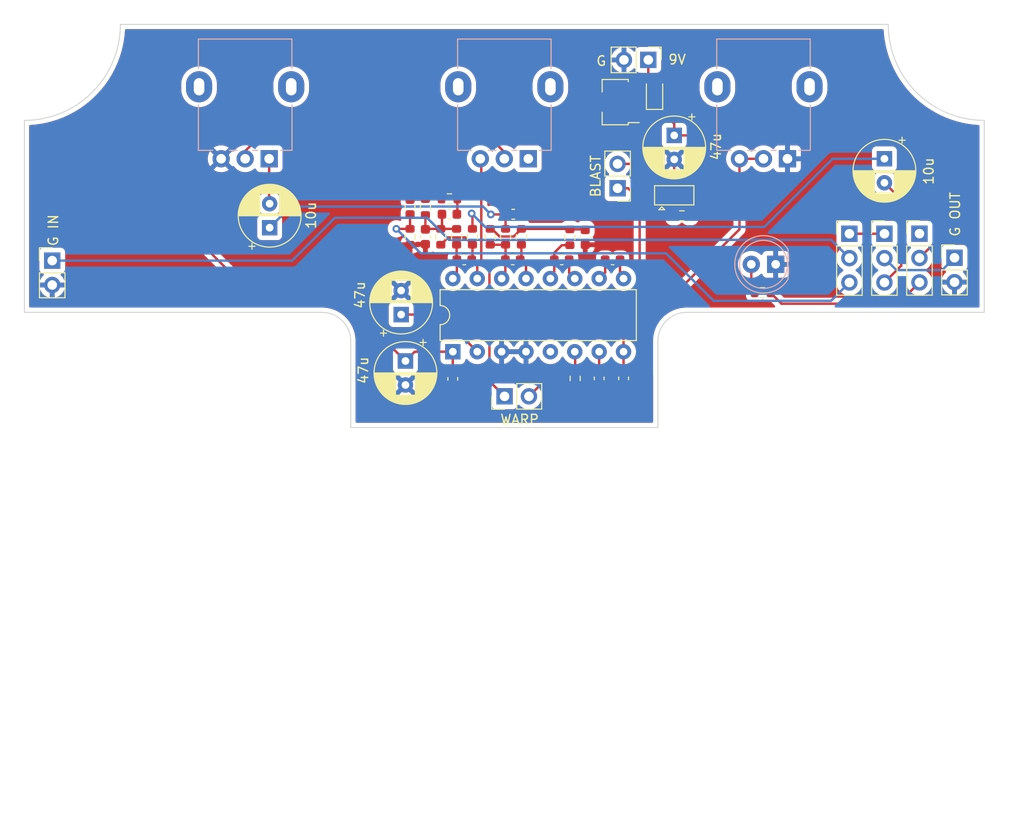
<source format=kicad_pcb>
(kicad_pcb (version 20221018) (generator pcbnew)
  (layers (0 "F.Cu" signal) (31 "B.Cu" signal) (34 "B.Paste" user) (35 "F.Paste" user) (36 "B.SilkS" user "B.Silkscreen") (37 "F.SilkS" user "F.Silkscreen") (38 "B.Mask" user) (39 "F.Mask" user) (44 "Edge.Cuts" user))
  (net 0 "")
  (net 1 "Effect_in")
  (net 2 "GND")
  (net 3 "+9V")
  (net 4 "Effect_out")
  (net 6 "Net-(C1-Pad1)")
  (net 7 "Net-(C3-Pad1)")
  (net 8 "Net-(C5-Pad1)")
  (net 9 "Net-(D1-A)")
  (net 10 "Net-(C7-Pad2)")
  (net 11 "Net-(R8-Pad2)")
  (net 12 "Net-(U1-VCO)")
  (net 13 "Net-(J6-Pin_1)")
  (net 14 "Net-(J2-Pin_1)")
  (net 15 "Net-(D2-A)")
  (net 16 "Net-(J6-Pin_2)")
  (net 17 "Net-(SW1-C)")
  (net 20 "Net-(J2-Pin_2)")
  (net 21 "Net-(JP1-B)")
  (net 22 "Signal_out")
  (net 23 "Signal_in")
  (net 24 "Net-(SW2-A)")
  (net 25 "Net-(C2-Pad1)")
  (net 26 "Net-(C5-Pad2)")
  (net 27 "Net-(U1-LPF1-IN)")
  (net 28 "Net-(U1-LPF1-OUT)")
  (net 29 "Net-(U1-LPF2-OUT)")
  (net 30 "Net-(U1-LPF2-IN)")
  (net 31 "Net-(U1-OP2-OUT)")
  (net 32 "Net-(U1-OP2-IN)")
  (net 33 "Net-(U1-OP1-IN)")
  (net 34 "Net-(U1-OP1-OUT)")
  (net 35 "Net-(U1-CC1)")
  (net 36 "+5V")
  (net 37 "Net-(U1-REF)")
  (footprint "Capacitor_SMD:C_0603_1608Metric" (layer "F.Cu") (at 55.98 24.53)
    (fp_text reference "C46" hide)
    (fp_text value "82n")
    (pad "1" smd roundrect (at -0.775 0) (size 0.9 0.95) (layers "F.Cu" "F.Paste" "F.Mask") (net 31 "Net-(U1-OP2-OUT)"))
    (pad "2" smd roundrect (at 0.775 0) (size 0.9 0.95) (layers "F.Cu" "F.Paste" "F.Mask") (net 32 "Net-(U1-OP2-IN)"))
  )
  (footprint "Connector_PinHeader_2.54mm:PinHeader_1x02_P2.54mm_Vertical" (layer "F.Cu") (at 2.9 24.61)
    (fp_text reference "J4" hide)
    (fp_text value "Conn_01x02")
    (pad "1" thru_hole rect (at 0 0) (size 1.7 1.7) (drill 1) (layers "*.Cu" "*.Mask") (net 23 "Signal_in"))
    (pad "2" thru_hole oval (at 0 2.54) (size 1.7 1.7) (drill 1) (layers "*.Cu" "*.Mask") (net 2 "GND"))
  )
  (footprint "Capacitor_SMD:C_0603_1608Metric" (layer "F.Cu") (at 45.83 24.53)
    (fp_text reference "C48" hide)
    (fp_text value "560p")
    (pad "1" smd roundrect (at -0.775 0) (size 0.9 0.95) (layers "F.Cu" "F.Paste" "F.Mask") (net 27 "Net-(U1-LPF1-IN)"))
    (pad "2" smd roundrect (at 0.775 0) (size 0.9 0.95) (layers "F.Cu" "F.Paste" "F.Mask") (net 28 "Net-(U1-LPF1-OUT)"))
  )
  (footprint "Resistor_SMD:R_0603_1608Metric" (layer "F.Cu") (at 76.9 27.95 180)
    (fp_text reference "R11" hide)
    (fp_text value "1k")
    (pad "1" smd roundrect (at -0.825 0 180) (size 0.8 0.95) (layers "F.Cu" "F.Paste" "F.Mask") (net 17 "Net-(SW1-C)"))
    (pad "2" smd roundrect (at 0.825 0 180) (size 0.8 0.95) (layers "F.Cu" "F.Paste" "F.Mask") (net 15 "Net-(D2-A)"))
  )
  (footprint "Capacitor_SMD:C_0603_1608Metric" (layer "F.Cu") (at 58.43 22.18 90)
    (fp_text reference "C7" hide)
    (fp_text value "3.3n")
    (pad "1" smd roundrect (at -0.775 0 90) (size 0.9 0.95) (layers "F.Cu" "F.Paste" "F.Mask") (net 2 "GND"))
    (pad "2" smd roundrect (at 0.775 0 90) (size 0.9 0.95) (layers "F.Cu" "F.Paste" "F.Mask") (net 10 "Net-(C7-Pad2)"))
  )
  (footprint "Capacitor_THT:CP_Radial_D6.3mm_P2.50mm" (layer "F.Cu") (at 39.7 35.06762 -90)
    (fp_text reference "C40" hide)
    (fp_text value "47u")
    (pad "1" thru_hole rect (at 0 0 270) (size 1.6 1.6) (drill 0.8) (layers "*.Cu" "*.Mask") (net 36 "+5V"))
    (pad "2" thru_hole circle (at 2.5 0 270) (size 1.6 1.6) (drill 0.8) (layers "*.Cu" "*.Mask") (net 2 "GND"))
  )
  (footprint "Resistor_SMD:R_0603_1608Metric" (layer "F.Cu") (at 68.5 19.95)
    (fp_text reference "R12" hide)
    (fp_text value "200k")
    (pad "1" smd roundrect (at -0.825 0) (size 0.8 0.95) (layers "F.Cu" "F.Paste" "F.Mask") (net 20 "Net-(J2-Pin_2)"))
    (pad "2" smd roundrect (at 0.825 0) (size 0.8 0.95) (layers "F.Cu" "F.Paste" "F.Mask") (net 21 "Net-(JP1-B)"))
  )
  (footprint "Resistor_SMD:R_0603_1608Metric" (layer "F.Cu") (at 40.18 22.13 90)
    (fp_text reference "R10" hide)
    (fp_text value "100k")
    (pad "1" smd roundrect (at -0.825 0 90) (size 0.8 0.95) (layers "F.Cu" "F.Paste" "F.Mask") (net 2 "GND"))
    (pad "2" smd roundrect (at 0.825 0 90) (size 0.8 0.95) (layers "F.Cu" "F.Paste" "F.Mask") (net 1 "Effect_in"))
  )
  (footprint "Connector_PinHeader_2.54mm:PinHeader_1x03_P2.54mm_Vertical" (layer "F.Cu") (at 89.6 21.81)
    (fp_text reference "SW3" hide)
    (fp_text value "SW_SPDT")
    (pad "1" thru_hole rect (at 0 0) (size 1.7 1.7) (drill 1) (layers "*.Cu" "*.Mask") (net 24 "Net-(SW2-A)"))
    (pad "2" thru_hole oval (at 0 2.54) (size 1.7 1.7) (drill 1) (layers "*.Cu" "*.Mask") (net 22 "Signal_out"))
    (pad "3" thru_hole oval (at 0 5.08) (size 1.7 1.7) (drill 1) (layers "*.Cu" "*.Mask") (net 4 "Effect_out"))
  )
  (footprint "Capacitor_SMD:C_0603_1608Metric" (layer "F.Cu") (at 40.18 19.03 -90)
    (fp_text reference "C3" hide)
    (fp_text value "4.7u")
    (pad "1" smd roundrect (at -0.775 0 270) (size 0.9 0.95) (layers "F.Cu" "F.Paste" "F.Mask") (net 7 "Net-(C3-Pad1)"))
    (pad "2" smd roundrect (at 0.775 0 270) (size 0.9 0.95) (layers "F.Cu" "F.Paste" "F.Mask") (net 1 "Effect_in"))
  )
  (footprint "Capacitor_SMD:C_0603_1608Metric" (layer "F.Cu") (at 44.28 19.78)
    (fp_text reference "C1" hide)
    (fp_text value "4.7u")
    (pad "1" smd roundrect (at -0.775 0) (size 0.9 0.95) (layers "F.Cu" "F.Paste" "F.Mask") (net 6 "Net-(C1-Pad1)"))
    (pad "2" smd roundrect (at 0.775 0) (size 0.9 0.95) (layers "F.Cu" "F.Paste" "F.Mask") (net 13 "Net-(J6-Pin_1)"))
  )
  (footprint "Capacitor_SMD:C_0603_1608Metric" (layer "F.Cu") (at 50.88 24.53)
    (fp_text reference "C47" hide)
    (fp_text value "560p")
    (pad "1" smd roundrect (at -0.775 0) (size 0.9 0.95) (layers "F.Cu" "F.Paste" "F.Mask") (net 29 "Net-(U1-LPF2-OUT)"))
    (pad "2" smd roundrect (at 0.775 0) (size 0.9 0.95) (layers "F.Cu" "F.Paste" "F.Mask") (net 30 "Net-(U1-LPF2-IN)"))
  )
  (footprint "Capacitor_SMD:C_0603_1608Metric" (layer "F.Cu") (at 44.63 36.93 90)
    (fp_text reference "C51" hide)
    (fp_text value "100n")
    (pad "1" smd roundrect (at -0.775 0 90) (size 0.9 0.95) (layers "F.Cu" "F.Paste" "F.Mask") (net 2 "GND"))
    (pad "2" smd roundrect (at 0.775 0 90) (size 0.9 0.95) (layers "F.Cu" "F.Paste" "F.Mask") (net 36 "+5V"))
  )
  (footprint "Jumper:SolderJumper-3_P1.3mm_Bridged12_Pad1.0x1.5mm" (layer "F.Cu") (at 67.7 17.8075)
    (fp_text reference "JP1" hide)
    (fp_text value "SolderJumper_3_Bridged12")
    (fp_poly (pts (xy -0.9 -0.3) (xy -0.4 -0.3) (xy -0.4 0.3) (xy -0.9 0.3)) (fill solid) (layer "F.Cu"))
    (pad "1" smd rect (at -1.3 0) (size 1 1.5) (layers "F.Cu" "F.Mask") (net 20 "Net-(J2-Pin_2)"))
    (pad "2" smd rect (at 0 0) (size 1 1.5) (layers "F.Cu" "F.Mask") (net 2 "GND"))
    (pad "3" smd rect (at 1.3 0) (size 1 1.5) (layers "F.Cu" "F.Mask") (net 21 "Net-(JP1-B)"))
  )
  (footprint "Resistor_SMD:R_0603_1608Metric" (layer "F.Cu") (at 41.78 19.03 90)
    (fp_text reference "R9" hide)
    (fp_text value "15k")
    (pad "1" smd roundrect (at -0.825 0 90) (size 0.8 0.95) (layers "F.Cu" "F.Paste" "F.Mask") (net 6 "Net-(C1-Pad1)"))
    (pad "2" smd roundrect (at 0.825 0 90) (size 0.8 0.95) (layers "F.Cu" "F.Paste" "F.Mask") (net 7 "Net-(C3-Pad1)"))
  )
  (footprint "Capacitor_THT:CP_Radial_D6.3mm_P2.50mm" (layer "F.Cu") (at 25.55 21.182379 90)
    (fp_text reference "C5" hide)
    (fp_text value "10u")
    (pad "1" thru_hole rect (at 0 0 90) (size 1.6 1.6) (drill 0.8) (layers "*.Cu" "*.Mask") (net 8 "Net-(C5-Pad1)"))
    (pad "2" thru_hole circle (at 2.5 0 90) (size 1.6 1.6) (drill 0.8) (layers "*.Cu" "*.Mask") (net 26 "Net-(C5-Pad2)"))
  )
  (footprint "Resistor_SMD:R_0603_1608Metric" (layer "F.Cu") (at 48.53 22.13 90)
    (fp_text reference "R3" hide)
    (fp_text value "15k")
    (pad "1" smd roundrect (at -0.825 0 90) (size 0.8 0.95) (layers "F.Cu" "F.Paste" "F.Mask") (net 29 "Net-(U1-LPF2-OUT)"))
    (pad "2" smd roundrect (at 0.825 0 90) (size 0.8 0.95) (layers "F.Cu" "F.Paste" "F.Mask") (net 10 "Net-(C7-Pad2)"))
  )
  (footprint "Resistor_SMD:R_0603_1608Metric" (layer "F.Cu") (at 46.68 22.13 90)
    (fp_text reference "R5" hide)
    (fp_text value "4.7k")
    (pad "1" smd roundrect (at -0.825 0 90) (size 0.8 0.95) (layers "F.Cu" "F.Paste" "F.Mask") (net 28 "Net-(U1-LPF1-OUT)"))
    (pad "2" smd roundrect (at 0.825 0 90) (size 0.8 0.95) (layers "F.Cu" "F.Paste" "F.Mask") (net 25 "Net-(C2-Pad1)"))
  )
  (footprint "Resistor_SMD:R_0603_1608Metric" (layer "F.Cu") (at 51.78 22.13 90)
    (fp_text reference "R2" hide)
    (fp_text value "10k")
    (pad "1" smd roundrect (at -0.825 0 90) (size 0.8 0.95) (layers "F.Cu" "F.Paste" "F.Mask") (net 30 "Net-(U1-LPF2-IN)"))
    (pad "2" smd roundrect (at 0.825 0 90) (size 0.8 0.95) (layers "F.Cu" "F.Paste" "F.Mask") (net 10 "Net-(C7-Pad2)"))
  )
  (footprint "Connector_PinHeader_2.54mm:PinHeader_1x02_P2.54mm_Vertical" (layer "F.Cu") (at 50.025 38.75 90)
    (fp_text reference "J6" hide)
    (fp_text value "Conn_01x02")
    (pad "1" thru_hole rect (at 0 0 90) (size 1.7 1.7) (drill 1) (layers "*.Cu" "*.Mask") (net 13 "Net-(J6-Pin_1)"))
    (pad "2" thru_hole oval (at 0 2.54 90) (size 1.7 1.7) (drill 1) (layers "*.Cu" "*.Mask") (net 16 "Net-(J6-Pin_2)"))
  )
  (footprint "Capacitor_SMD:C_0603_1608Metric" (layer "F.Cu") (at 41.78 22.13 90)
    (fp_text reference "C4" hide)
    (fp_text value "3.9n")
    (pad "1" smd roundrect (at -0.775 0 90) (size 0.9 0.95) (layers "F.Cu" "F.Paste" "F.Mask") (net 2 "GND"))
    (pad "2" smd roundrect (at 0.775 0 90) (size 0.9 0.95) (layers "F.Cu" "F.Paste" "F.Mask") (net 6 "Net-(C1-Pad1)"))
  )
  (footprint "Package_DIP:DIP-16_W7.62mm" (layer "F.Cu") (at 44.64 34.1 90)
    (fp_text reference "U1" hide)
    (fp_text value "PT2399")
    (pad "1" thru_hole rect (at 0 0 90) (size 1.6 1.6) (drill 0.8) (layers "*.Cu" "*.Mask") (net 36 "+5V"))
    (pad "2" thru_hole oval (at 0 2.54 90) (size 1.6 1.6) (drill 0.8) (layers "*.Cu" "*.Mask") (net 37 "Net-(U1-REF)"))
    (pad "3" thru_hole oval (at 0 5.08 90) (size 1.6 1.6) (drill 0.8) (layers "*.Cu" "*.Mask") (net 2 "GND"))
    (pad "4" thru_hole oval (at 0 7.62 90) (size 1.6 1.6) (drill 0.8) (layers "*.Cu" "*.Mask") (net 2 "GND"))
    (pad "5" thru_hole oval (at 0 10.16 90) (size 1.6 1.6) (drill 0.8) (layers "*.Cu" "*.Mask"))
    (pad "6" thru_hole oval (at 0 12.7 90) (size 1.6 1.6) (drill 0.8) (layers "*.Cu" "*.Mask") (net 12 "Net-(U1-VCO)"))
    (pad "7" thru_hole oval (at 0 15.24 90) (size 1.6 1.6) (drill 0.8) (layers "*.Cu" "*.Mask") (net 35 "Net-(U1-CC1)"))
    (pad "8" thru_hole oval (at 0 17.78 90) (size 1.6 1.6) (drill 0.8) (layers "*.Cu" "*.Mask") (net 14 "Net-(J2-Pin_1)"))
    (pad "9" thru_hole oval (at 7.62 17.78 90) (size 1.6 1.6) (drill 0.8) (layers "*.Cu" "*.Mask") (net 34 "Net-(U1-OP1-OUT)"))
    (pad "10" thru_hole oval (at 7.62 15.24 90) (size 1.6 1.6) (drill 0.8) (layers "*.Cu" "*.Mask") (net 33 "Net-(U1-OP1-IN)"))
    (pad "11" thru_hole oval (at 7.62 12.7 90) (size 1.6 1.6) (drill 0.8) (layers "*.Cu" "*.Mask") (net 32 "Net-(U1-OP2-IN)"))
    (pad "12" thru_hole oval (at 7.62 10.16 90) (size 1.6 1.6) (drill 0.8) (layers "*.Cu" "*.Mask") (net 31 "Net-(U1-OP2-OUT)"))
    (pad "13" thru_hole oval (at 7.62 7.62 90) (size 1.6 1.6) (drill 0.8) (layers "*.Cu" "*.Mask") (net 30 "Net-(U1-LPF2-IN)"))
    (pad "14" thru_hole oval (at 7.62 5.08 90) (size 1.6 1.6) (drill 0.8) (layers "*.Cu" "*.Mask") (net 29 "Net-(U1-LPF2-OUT)"))
    (pad "15" thru_hole oval (at 7.62 2.54 90) (size 1.6 1.6) (drill 0.8) (layers "*.Cu" "*.Mask") (net 28 "Net-(U1-LPF1-OUT)"))
    (pad "16" thru_hole oval (at 7.62 0 90) (size 1.6 1.6) (drill 0.8) (layers "*.Cu" "*.Mask") (net 27 "Net-(U1-LPF1-IN)"))
  )
  (footprint "Resistor_SMD:R_0603_1608Metric" (layer "F.Cu") (at 57.38 36.88 90)
    (fp_text reference "R35" hide)
    (fp_text value "1k")
    (pad "1" smd roundrect (at -0.825 0 90) (size 0.8 0.95) (layers "F.Cu" "F.Paste" "F.Mask") (net 16 "Net-(J6-Pin_2)"))
    (pad "2" smd roundrect (at 0.825 0 90) (size 0.8 0.95) (layers "F.Cu" "F.Paste" "F.Mask") (net 12 "Net-(U1-VCO)"))
  )
  (footprint "Resistor_SMD:R_0603_1608Metric" (layer "F.Cu") (at 50.13 22.13 90)
    (fp_text reference "R4" hide)
    (fp_text value "5.6k")
    (pad "1" smd roundrect (at -0.825 0 90) (size 0.8 0.95) (layers "F.Cu" "F.Paste" "F.Mask") (net 29 "Net-(U1-LPF2-OUT)"))
    (pad "2" smd roundrect (at 0.825 0 90) (size 0.8 0.95) (layers "F.Cu" "F.Paste" "F.Mask") (net 8 "Net-(C5-Pad1)"))
  )
  (footprint "Diode_SMD:D_SOD-323" (layer "F.Cu") (at 65.65 7.25 90)
    (fp_text reference "D1" hide)
    (fp_text value "1N5819WS")
    (pad "1" smd roundrect (at -1.05 0 90) (size 0.6 0.45) (layers "F.Cu" "F.Paste" "F.Mask") (net 3 "+9V"))
    (pad "2" smd roundrect (at 1.05 0 90) (size 0.6 0.45) (layers "F.Cu" "F.Paste" "F.Mask") (net 9 "Net-(D1-A)"))
  )
  (footprint "Resistor_SMD:R_0603_1608Metric" (layer "F.Cu") (at 56.83 22.18 90)
    (fp_text reference "R1" hide)
    (fp_text value "10k")
    (pad "1" smd roundrect (at -0.825 0 90) (size 0.8 0.95) (layers "F.Cu" "F.Paste" "F.Mask") (net 31 "Net-(U1-OP2-OUT)"))
    (pad "2" smd roundrect (at 0.825 0 90) (size 0.8 0.95) (layers "F.Cu" "F.Paste" "F.Mask") (net 10 "Net-(C7-Pad2)"))
  )
  (footprint "Capacitor_SMD:C_0603_1608Metric" (layer "F.Cu") (at 59.88 36.88 90)
    (fp_text reference "C49" hide)
    (fp_text value "100n")
    (pad "1" smd roundrect (at -0.775 0 90) (size 0.9 0.95) (layers "F.Cu" "F.Paste" "F.Mask") (net 2 "GND"))
    (pad "2" smd roundrect (at 0.775 0 90) (size 0.9 0.95) (layers "F.Cu" "F.Paste" "F.Mask") (net 35 "Net-(U1-CC1)"))
  )
  (footprint "Capacitor_THT:CP_Radial_D6.3mm_P2.50mm" (layer "F.Cu") (at 89.6 14 -90)
    (fp_text reference "C2" hide)
    (fp_text value "10u")
    (pad "1" thru_hole rect (at 0 0 270) (size 1.6 1.6) (drill 0.8) (layers "*.Cu" "*.Mask") (net 25 "Net-(C2-Pad1)"))
    (pad "2" thru_hole circle (at 2.5 0 270) (size 1.6 1.6) (drill 0.8) (layers "*.Cu" "*.Mask") (net 4 "Effect_out"))
  )
  (footprint "Connector_PinHeader_2.54mm:PinHeader_1x03_P2.54mm_Vertical" (layer "F.Cu") (at 93.25 21.8)
    (fp_text reference "SW1" hide)
    (fp_text value "SW_SPDT")
    (pad "1" thru_hole rect (at 0 0) (size 1.7 1.7) (drill 1) (layers "*.Cu" "*.Mask"))
    (pad "2" thru_hole oval (at 0 2.54) (size 1.7 1.7) (drill 1) (layers "*.Cu" "*.Mask") (net 3 "+9V"))
    (pad "3" thru_hole oval (at 0 5.08) (size 1.7 1.7) (drill 1) (layers "*.Cu" "*.Mask") (net 17 "Net-(SW1-C)"))
  )
  (footprint "Capacitor_THT:CP_Radial_D6.3mm_P2.50mm" (layer "F.Cu") (at 67.7 11.567621 -90)
    (fp_text reference "C14" hide)
    (fp_text value "47u")
    (pad "1" thru_hole rect (at 0 0 270) (size 1.6 1.6) (drill 0.8) (layers "*.Cu" "*.Mask") (net 3 "+9V"))
    (pad "2" thru_hole circle (at 2.5 0 270) (size 1.6 1.6) (drill 0.8) (layers "*.Cu" "*.Mask") (net 2 "GND"))
  )
  (footprint "Connector_PinHeader_2.54mm:PinHeader_1x02_P2.54mm_Vertical" (layer "F.Cu") (at 96.9 24.315)
    (fp_text reference "J3" hide)
    (fp_text value "Conn_01x02")
    (pad "1" thru_hole rect (at 0 0) (size 1.7 1.7) (drill 1) (layers "*.Cu" "*.Mask") (net 22 "Signal_out"))
    (pad "2" thru_hole oval (at 0 2.54) (size 1.7 1.7) (drill 1) (layers "*.Cu" "*.Mask") (net 2 "GND"))
  )
  (footprint "Package_TO_SOT_SMD:SOT-89-3" (layer "F.Cu") (at 61.55 8.1 180)
    (fp_text reference "U7" hide)
    (fp_text value "L78L05_SOT89")
    (pad "1" smd rect (at -1.95 -1.5 180) (size 1.3 0.9) (layers "F.Cu" "F.Paste" "F.Mask") (net 36 "+5V"))
    (pad "2" smd custom (at -1.8625 0 180) (size 1.475 0.9) (layers "F.Cu" "F.Paste" "F.Mask") (net 2 "GND") (options (clearance outline) (anchor rect)) (primitives (gr_poly (pts (xy 3.8625 0.8665) (xy 0.7375 0.8665) (xy 0.7375 -0.8665) (xy 3.8625 -0.8665)) (width 0) (fill yes))))
    (pad "3" smd rect (at -1.95 1.5 180) (size 1.3 0.9) (layers "F.Cu" "F.Paste" "F.Mask") (net 3 "+9V"))
  )
  (footprint "Capacitor_SMD:C_0603_1608Metric" (layer "F.Cu") (at 50.93 19.78 180)
    (fp_text reference "C6" hide)
    (fp_text value "10n")
    (pad "1" smd roundrect (at -0.775 0 180) (size 0.9 0.95) (layers "F.Cu" "F.Paste" "F.Mask") (net 2 "GND"))
    (pad "2" smd roundrect (at 0.775 0 180) (size 0.9 0.95) (layers "F.Cu" "F.Paste" "F.Mask") (net 8 "Net-(C5-Pad1)"))
  )
  (footprint "Capacitor_THT:CP_Radial_D6.3mm_P2.50mm" (layer "F.Cu") (at 39.25 30.232379 90)
    (fp_text reference "C41" hide)
    (fp_text value "47u")
    (pad "1" thru_hole rect (at 0 0 90) (size 1.6 1.6) (drill 0.8) (layers "*.Cu" "*.Mask") (net 37 "Net-(U1-REF)"))
    (pad "2" thru_hole circle (at 2.5 0 90) (size 1.6 1.6) (drill 0.8) (layers "*.Cu" "*.Mask") (net 2 "GND"))
  )
  (footprint "Capacitor_SMD:C_0603_1608Metric" (layer "F.Cu") (at 62.43 36.88 90)
    (fp_text reference "C50" hide)
    (fp_text value "100n")
    (pad "1" smd roundrect (at -0.775 0 90) (size 0.9 0.95) (layers "F.Cu" "F.Paste" "F.Mask") (net 2 "GND"))
    (pad "2" smd roundrect (at 0.775 0 90) (size 0.9 0.95) (layers "F.Cu" "F.Paste" "F.Mask") (net 14 "Net-(J2-Pin_1)"))
  )
  (footprint "Resistor_SMD:R_0603_1608Metric" (layer "F.Cu") (at 44.28 18.18 180)
    (fp_text reference "R8" hide)
    (fp_text value "18k")
    (pad "1" smd roundrect (at -0.825 0 180) (size 0.8 0.95) (layers "F.Cu" "F.Paste" "F.Mask") (net 13 "Net-(J6-Pin_1)"))
    (pad "2" smd roundrect (at 0.825 0 180) (size 0.8 0.95) (layers "F.Cu" "F.Paste" "F.Mask") (net 11 "Net-(R8-Pad2)"))
  )
  (footprint "Connector_PinHeader_2.54mm:PinHeader_1x02_P2.54mm_Vertical" (layer "F.Cu") (at 61.8 17.075 180)
    (fp_text reference "J2" hide)
    (fp_text value "Conn_01x02")
    (pad "1" thru_hole rect (at 0 0 180) (size 1.7 1.7) (drill 1) (layers "*.Cu" "*.Mask") (net 14 "Net-(J2-Pin_1)"))
    (pad "2" thru_hole oval (at 0 2.54 180) (size 1.7 1.7) (drill 1) (layers "*.Cu" "*.Mask") (net 20 "Net-(J2-Pin_2)"))
  )
  (footprint "Capacitor_SMD:C_0603_1608Metric" (layer "F.Cu") (at 61.28 24.53)
    (fp_text reference "C45" hide)
    (fp_text value "82n")
    (pad "1" smd roundrect (at -0.775 0) (size 0.9 0.95) (layers "F.Cu" "F.Paste" "F.Mask") (net 33 "Net-(U1-OP1-IN)"))
    (pad "2" smd roundrect (at 0.775 0) (size 0.9 0.95) (layers "F.Cu" "F.Paste" "F.Mask") (net 34 "Net-(U1-OP1-OUT)"))
  )
  (footprint "Connector_PinHeader_2.54mm:PinHeader_1x03_P2.54mm_Vertical" (layer "F.Cu") (at 85.95 21.81)
    (fp_text reference "SW2" hide)
    (fp_text value "SW_SPDT")
    (pad "1" thru_hole rect (at 0 0) (size 1.7 1.7) (drill 1) (layers "*.Cu" "*.Mask") (net 24 "Net-(SW2-A)"))
    (pad "2" thru_hole oval (at 0 2.54) (size 1.7 1.7) (drill 1) (layers "*.Cu" "*.Mask") (net 23 "Signal_in"))
    (pad "3" thru_hole oval (at 0 5.08) (size 1.7 1.7) (drill 1) (layers "*.Cu" "*.Mask") (net 1 "Effect_in"))
  )
  (footprint "Resistor_SMD:R_0603_1608Metric" (layer "F.Cu") (at 45.03 22.13 90)
    (fp_text reference "R7" hide)
    (fp_text value "10k")
    (pad "1" smd roundrect (at -0.825 0 90) (size 0.8 0.95) (layers "F.Cu" "F.Paste" "F.Mask") (net 27 "Net-(U1-LPF1-IN)"))
    (pad "2" smd roundrect (at 0.825 0 90) (size 0.8 0.95) (layers "F.Cu" "F.Paste" "F.Mask") (net 6 "Net-(C1-Pad1)"))
  )
  (footprint "Connector_PinHeader_2.54mm:PinHeader_1x02_P2.54mm_Vertical" (layer "F.Cu") (at 65 3.7 -90)
    (fp_text reference "J5" hide)
    (fp_text value "Conn_01x02")
    (pad "1" thru_hole rect (at 0 0 270) (size 1.7 1.7) (drill 1) (layers "*.Cu" "*.Mask") (net 9 "Net-(D1-A)"))
    (pad "2" thru_hole oval (at 0 2.54 270) (size 1.7 1.7) (drill 1) (layers "*.Cu" "*.Mask") (net 2 "GND"))
  )
  (footprint "Resistor_SMD:R_0603_1608Metric" (layer "F.Cu") (at 43.38 22.13 90)
    (fp_text reference "R6" hide)
    (fp_text value "10k")
    (pad "1" smd roundrect (at -0.825 0 90) (size 0.8 0.95) (layers "F.Cu" "F.Paste" "F.Mask") (net 28 "Net-(U1-LPF1-OUT)"))
    (pad "2" smd roundrect (at 0.825 0 90) (size 0.8 0.95) (layers "F.Cu" "F.Paste" "F.Mask") (net 6 "Net-(C1-Pad1)"))
  )
  (footprint "Potentiometer_THT:Potentiometer_Alpha_RD901F-40-00D_Single_Vertical" (layer "B.Cu") (at 52.5 14 90)
    (fp_text reference "RV2" hide)
    (fp_text value "B50k")
    (pad "" thru_hole oval (at 7.5 -7.3) (size 2.72 3.24) (drill oval 1.1 1.8) (layers "*.Cu" "*.Mask"))
    (pad "" thru_hole oval (at 7.5 2.3) (size 2.72 3.24) (drill oval 1.1 1.8) (layers "*.Cu" "*.Mask"))
    (pad "1" thru_hole rect (at 0 0) (size 1.8 1.8) (drill 1) (layers "*.Cu" "*.Mask"))
    (pad "2" thru_hole circle (at 0 -2.5) (size 1.8 1.8) (drill 1) (layers "*.Cu" "*.Mask") (net 11 "Net-(R8-Pad2)"))
    (pad "3" thru_hole circle (at 0 -5) (size 1.8 1.8) (drill 1) (layers "*.Cu" "*.Mask") (net 13 "Net-(J6-Pin_1)"))
  )
  (footprint "LED_THT:LED_D5.0mm" (layer "B.Cu") (at 78.27 25 180)
    (fp_text reference "D2" hide)
    (fp_text value "LED")
    (pad "1" thru_hole rect (at 0 0 180) (size 1.8 1.8) (drill 0.9) (layers "*.Cu" "*.Mask") (net 2 "GND"))
    (pad "2" thru_hole circle (at 2.54 0 180) (size 1.8 1.8) (drill 0.9) (layers "*.Cu" "*.Mask") (net 15 "Net-(D2-A)"))
  )
  (footprint "Potentiometer_THT:Potentiometer_Alpha_RD901F-40-00D_Single_Vertical" (layer "B.Cu") (at 25.5 14 90)
    (fp_text reference "RV1" hide)
    (fp_text value "B50k")
    (pad "" thru_hole oval (at 7.5 -7.3) (size 2.72 3.24) (drill oval 1.1 1.8) (layers "*.Cu" "*.Mask"))
    (pad "" thru_hole oval (at 7.5 2.3) (size 2.72 3.24) (drill oval 1.1 1.8) (layers "*.Cu" "*.Mask"))
    (pad "1" thru_hole rect (at 0 0) (size 1.8 1.8) (drill 1) (layers "*.Cu" "*.Mask") (net 26 "Net-(C5-Pad2)"))
    (pad "2" thru_hole circle (at 0 -2.5) (size 1.8 1.8) (drill 1) (layers "*.Cu" "*.Mask") (net 11 "Net-(R8-Pad2)"))
    (pad "3" thru_hole circle (at 0 -5) (size 1.8 1.8) (drill 1) (layers "*.Cu" "*.Mask") (net 2 "GND"))
  )
  (footprint "Potentiometer_THT:Potentiometer_Alpha_RD901F-40-00D_Single_Vertical" (layer "B.Cu") (at 79.5 14 90)
    (fp_text reference "RV3" hide)
    (fp_text value "B20k")
    (pad "" thru_hole oval (at 7.5 -7.3) (size 2.72 3.24) (drill oval 1.1 1.8) (layers "*.Cu" "*.Mask"))
    (pad "" thru_hole oval (at 7.5 2.3) (size 2.72 3.24) (drill oval 1.1 1.8) (layers "*.Cu" "*.Mask"))
    (pad "1" thru_hole rect (at 0 0) (size 1.8 1.8) (drill 1) (layers "*.Cu" "*.Mask") (net 2 "GND"))
    (pad "2" thru_hole circle (at 0 -2.5) (size 1.8 1.8) (drill 1) (layers "*.Cu" "*.Mask") (net 16 "Net-(J6-Pin_2)"))
    (pad "3" thru_hole circle (at 0 -5) (size 1.8 1.8) (drill 1) (layers "*.Cu" "*.Mask") (net 16 "Net-(J6-Pin_2)"))
  )
  (gr_line (start 69 30) (end 100 30) (stroke (width 0.1)) (layer "Edge.Cuts"))
  (gr_arc (start 66 33) (mid 66.878679 30.878679) (end 69 30) (stroke (width 0.1)) (layer "Edge.Cuts"))
  (gr_line (start 0 30) (end 31 30) (stroke (width 0.1)) (layer "Edge.Cuts"))
  (gr_line (start 10 0) (end 90 0) (stroke (width 0.1)) (layer "Edge.Cuts"))
  (gr_line (start 34 33) (end 34 42) (stroke (width 0.1)) (layer "Edge.Cuts"))
  (gr_line (start 0 10) (end 0 30) (stroke (width 0.1)) (layer "Edge.Cuts"))
  (gr_line (start 66 33) (end 66 42) (stroke (width 0.1)) (layer "Edge.Cuts"))
  (gr_line (start 100 10) (end 100 30) (stroke (width 0.1)) (layer "Edge.Cuts"))
  (gr_arc (start 31 30) (mid 33.121321 30.878679) (end 34 33) (stroke (width 0.1)) (layer "Edge.Cuts"))
  (gr_arc (start 100 10) (mid 92.928933 7.071068) (end 90 0) (stroke (width 0.1)) (layer "Edge.Cuts"))
  (gr_line (start 34 42) (end 66 42) (stroke (width 0.1)) (layer "Edge.Cuts"))
  (gr_arc (start 10 0) (mid 7.071068 7.071067) (end 0 10) (stroke (width 0.1)) (layer "Edge.Cuts"))
  (gr_text "G IN" (at 3.6 23.185 90) (layer "F.SilkS") (effects (font (size 1 1)) (justify left bottom)))
  (gr_text "10u" (at 30.45 21.4 90) (layer "F.SilkS") (effects (font (size 1 1)) (justify left bottom)))
  (gr_text "47u" (at 72.65 14.25 90) (layer "F.SilkS") (effects (font (size 1 1)) (justify left bottom)))
  (gr_text "9V" (at 67 4.25) (layer "F.SilkS") (effects (font (size 1 1)) (justify left bottom)))
  (gr_text "BLAST" (at 60.1 18.1 90) (layer "F.SilkS") (effects (font (size 1 1)) (justify left bottom)))
  (gr_text "47u" (at 35.9 37.55 90) (layer "F.SilkS") (effects (font (size 1 1)) (justify left bottom)))
  (gr_text "G" (at 59.5 4.4) (layer "F.SilkS") (effects (font (size 1 1)) (justify left bottom)))
  (gr_text "47u" (at 35.55 29.7 90) (layer "F.SilkS") (effects (font (size 1 1)) (justify left bottom)))
  (gr_text "G OUT" (at 97.55 22.19 90) (layer "F.SilkS") (effects (font (size 1 1)) (justify left bottom)))
  (gr_text "WARP" (at 49.5 41.75) (layer "F.SilkS") (effects (font (size 1 1)) (justify left bottom)))
  (gr_text "10u" (at 94.8 16.8 90) (layer "F.SilkS") (effects (font (size 1 1)) (justify left bottom)))
  (segment (start 40.18 21.305) (end 38.755 21.305) (width 0.25) (layer "F.Cu") (net 1))
  (segment (start 40.18 19.805) (end 40.18 21.305) (width 0.25) (layer "F.Cu") (net 1))
  (segment (start 38.755 21.305) (end 38.75 21.3) (width 0.25) (layer "F.Cu") (net 1))
  (via (at 38.75 21.3) (size 0.8) (drill 0.4) (layers "F.Cu" "B.Cu") (net 1))
  (segment (start 38.75 21.3) (end 41.3 23.85) (width 0.25) (layer "B.Cu") (net 1))
  (segment (start 66.85 23.85) (end 71.8 28.8) (width 0.25) (layer "B.Cu") (net 1))
  (segment (start 41.3 23.85) (end 66.85 23.85) (width 0.25) (layer "B.Cu") (net 1))
  (segment (start 84.04 28.8) (end 85.95 26.89) (width 0.25) (layer "B.Cu") (net 1))
  (segment (start 71.8 28.8) (end 84.04 28.8) (width 0.25) (layer "B.Cu") (net 1))
  (segment (start 67.7 17.8075) (end 67.7 14.067621) (width 0.25) (layer "F.Cu") (net 2))
  (segment (start 63.95 6.6) (end 63.5 6.6) (width 0.25) (layer "F.Cu") (net 3))
  (segment (start 65.65 8.3) (end 67.7 10.35) (width 0.25) (layer "F.Cu") (net 3))
  (segment (start 95 22.59) (end 93.25 24.34) (width 0.25) (layer "F.Cu") (net 3))
  (segment (start 67.7 11.567621) (end 92.967621 11.567621) (width 0.25) (layer "F.Cu") (net 3))
  (segment (start 67.7 10.35) (end 67.7 11.567621) (width 0.25) (layer "F.Cu") (net 3))
  (segment (start 65.65 8.3) (end 63.95 6.6) (width 0.25) (layer "F.Cu") (net 3))
  (segment (start 95 13.6) (end 95 22.59) (width 0.25) (layer "F.Cu") (net 3))
  (segment (start 92.967621 11.567621) (end 95 13.6) (width 0.25) (layer "F.Cu") (net 3))
  (segment (start 91.35 18.25) (end 91.35 25.14) (width 0.25) (layer "F.Cu") (net 4))
  (segment (start 89.6 16.5) (end 91.35 18.25) (width 0.25) (layer "F.Cu") (net 4))
  (segment (start 91.35 25.14) (end 89.6 26.89) (width 0.25) (layer "F.Cu") (net 4))
  (segment (start 41.78 19.855) (end 41.78 21.355) (width 0.25) (layer "F.Cu") (net 6))
  (segment (start 45.03 21.305) (end 43.38 21.305) (width 0.25) (layer "F.Cu") (net 6))
  (segment (start 41.83 21.305) (end 41.78 21.355) (width 0.25) (layer "F.Cu") (net 6))
  (segment (start 43.38 21.305) (end 41.83 21.305) (width 0.25) (layer "F.Cu") (net 6))
  (segment (start 43.505 21.18) (end 43.38 21.305) (width 0.25) (layer "F.Cu") (net 6))
  (segment (start 43.505 19.78) (end 43.505 21.18) (width 0.25) (layer "F.Cu") (net 6))
  (segment (start 40.18 18.255) (end 41.73 18.255) (width 0.25) (layer "F.Cu") (net 7))
  (segment (start 41.73 18.255) (end 41.78 18.205) (width 0.25) (layer "F.Cu") (net 7))
  (segment (start 50.135 19.8) (end 48.6 19.8) (width 0.25) (layer "F.Cu") (net 8))
  (segment (start 50.155 19.78) (end 50.135 19.8) (width 0.25) (layer "F.Cu") (net 8))
  (segment (start 50.13 21.305) (end 50.13 19.805) (width 0.25) (layer "F.Cu") (net 8))
  (segment (start 50.13 19.805) (end 50.155 19.78) (width 0.25) (layer "F.Cu") (net 8))
  (via (at 48.6 19.8) (size 0.8) (drill 0.4) (layers "F.Cu" "B.Cu") (net 8))
  (segment (start 27.757379 18.975) (end 25.55 21.182379) (width 0.25) (layer "B.Cu") (net 8))
  (segment (start 48.6 19.8) (end 47.775 18.975) (width 0.25) (layer "B.Cu") (net 8))
  (segment (start 47.775 18.975) (end 27.757379 18.975) (width 0.25) (layer "B.Cu") (net 8))
  (segment (start 65 5.55) (end 65.65 6.2) (width 0.25) (layer "F.Cu") (net 9))
  (segment (start 65 3.7) (end 65 5.55) (width 0.25) (layer "F.Cu") (net 9))
  (segment (start 56.78 21.305) (end 56.83 21.355) (width 0.25) (layer "F.Cu") (net 10))
  (segment (start 51.78 21.305) (end 56.78 21.305) (width 0.25) (layer "F.Cu") (net 10))
  (segment (start 48.708769 21.305) (end 49.503769 22.1) (width 0.25) (layer "F.Cu") (net 10))
  (segment (start 49.503769 22.1) (end 50.985 22.1) (width 0.25) (layer "F.Cu") (net 10))
  (segment (start 48.53 21.305) (end 48.708769 21.305) (width 0.25) (layer "F.Cu") (net 10))
  (segment (start 56.83 21.355) (end 58.38 21.355) (width 0.25) (layer "F.Cu") (net 10))
  (segment (start 50.985 22.1) (end 51.78 21.305) (width 0.25) (layer "F.Cu") (net 10))
  (segment (start 58.38 21.355) (end 58.43 21.405) (width 0.25) (layer "F.Cu") (net 10))
  (segment (start 23 14) (end 23 13.2) (width 0.25) (layer "F.Cu") (net 11))
  (segment (start 43.455 14.295) (end 45.45 12.3) (width 0.25) (layer "F.Cu") (net 11))
  (segment (start 43.455 18.18) (end 43.455 14.295) (width 0.25) (layer "F.Cu") (net 11))
  (segment (start 49 12.3) (end 50 13.3) (width 0.25) (layer "F.Cu") (net 11))
  (segment (start 50 13.3) (end 50 14) (width 0.25) (layer "F.Cu") (net 11))
  (segment (start 23.9 12.3) (end 45.45 12.3) (width 0.25) (layer "F.Cu") (net 11))
  (segment (start 23 13.2) (end 23.9 12.3) (width 0.25) (layer "F.Cu") (net 11))
  (segment (start 45.45 12.3) (end 49 12.3) (width 0.25) (layer "F.Cu") (net 11))
  (segment (start 57.38 36.055) (end 57.38 34.14) (width 0.25) (layer "F.Cu") (net 12))
  (segment (start 57.38 34.14) (end 57.34 34.1) (width 0.25) (layer "F.Cu") (net 12))
  (segment (start 48.45 25.329505) (end 47.6 24.479505) (width 0.25) (layer "F.Cu") (net 13))
  (segment (start 45.105 19.73) (end 45.055 19.78) (width 0.25) (layer "F.Cu") (net 13))
  (segment (start 47.6 24.479505) (end 47.6 14.1) (width 0.25) (layer "F.Cu") (net 13))
  (segment (start 50.025 38.75) (end 48.45 37.175) (width 0.25) (layer "F.Cu") (net 13))
  (segment (start 47.5 14) (end 47.6 14.1) (width 0.25) (layer "F.Cu") (net 13))
  (segment (start 48.45 37.175) (end 48.45 25.329505) (width 0.25) (layer "F.Cu") (net 13))
  (segment (start 47.6 15.685) (end 45.105 18.18) (width 0.25) (layer "F.Cu") (net 13))
  (segment (start 45.105 18.18) (end 45.105 19.73) (width 0.25) (layer "F.Cu") (net 13))
  (segment (start 47.6 15.5) (end 47.6 15.685) (width 0.25) (layer "F.Cu") (net 13))
  (segment (start 61.8 17.075) (end 62.9 17.075) (width 0.25) (layer "F.Cu") (net 14))
  (segment (start 62.42 34.1) (end 62.42 36.095) (width 0.25) (layer "F.Cu") (net 14))
  (segment (start 64.1 27.55) (end 62.42 29.23) (width 0.25) (layer "F.Cu") (net 14))
  (segment (start 62.42 29.23) (end 62.42 34.1) (width 0.25) (layer "F.Cu") (net 14))
  (segment (start 62.42 36.095) (end 62.43 36.105) (width 0.25) (layer "F.Cu") (net 14))
  (segment (start 62.9 17.075) (end 64.1 18.275) (width 0.25) (layer "F.Cu") (net 14))
  (segment (start 64.1 18.275) (end 64.1 27.55) (width 0.25) (layer "F.Cu") (net 14))
  (segment (start 75.73 25) (end 75.73 27.605) (width 0.25) (layer "F.Cu") (net 15))
  (segment (start 75.73 27.605) (end 76.075 27.95) (width 0.25) (layer "F.Cu") (net 15))
  (segment (start 58.205 36.88) (end 64.12 36.88) (width 0.25) (layer "F.Cu") (net 16))
  (segment (start 64.65 36.35) (end 64.65 31.2) (width 0.25) (layer "F.Cu") (net 16))
  (segment (start 53.61 37.705) (end 52.565 38.75) (width 0.25) (layer "F.Cu") (net 16))
  (segment (start 74.5 21.35) (end 74.5 14) (width 0.25) (layer "F.Cu") (net 16))
  (segment (start 57.38 37.705) (end 58.205 36.88) (width 0.25) (layer "F.Cu") (net 16))
  (segment (start 64.12 36.88) (end 64.65 36.35) (width 0.25) (layer "F.Cu") (net 16))
  (segment (start 64.65 31.2) (end 74.5 21.35) (width 0.25) (layer "F.Cu") (net 16))
  (segment (start 77 14) (end 74.5 14) (width 0.25) (layer "F.Cu") (net 16))
  (segment (start 57.38 37.705) (end 53.61 37.705) (width 0.25) (layer "F.Cu") (net 16))
  (segment (start 78.875 29.1) (end 91.03 29.1) (width 0.25) (layer "F.Cu") (net 17))
  (segment (start 91.03 29.1) (end 93.25 26.88) (width 0.25) (layer "F.Cu") (net 17))
  (segment (start 77.725 27.95) (end 78.875 29.1) (width 0.25) (layer "F.Cu") (net 17))
  (segment (start 61.8 14.535) (end 63.1275 14.535) (width 0.25) (layer "F.Cu") (net 20))
  (segment (start 63.1275 14.535) (end 66.4 17.8075) (width 0.25) (layer "F.Cu") (net 20))
  (segment (start 66.4 18.675) (end 67.675 19.95) (width 0.25) (layer "F.Cu") (net 20))
  (segment (start 66.4 17.8075) (end 66.4 18.675) (width 0.25) (layer "F.Cu") (net 20))
  (segment (start 69.325 18.1325) (end 69 17.8075) (width 0.25) (layer "F.Cu") (net 21))
  (segment (start 69.325 19.95) (end 69.325 18.1325) (width 0.25) (layer "F.Cu") (net 21))
  (segment (start 89.6 24.35) (end 90.85 25.6) (width 0.25) (layer "B.Cu") (net 22))
  (segment (start 90.85 25.6) (end 95.615 25.6) (width 0.25) (layer "B.Cu") (net 22))
  (segment (start 95.615 25.6) (end 96.9 24.315) (width 0.25) (layer "B.Cu") (net 22))
  (segment (start 84.05 22.45) (end 44.25 22.45) (width 0.25) (layer "B.Cu") (net 23))
  (segment (start 32.35 20.15) (end 27.89 24.61) (width 0.25) (layer "B.Cu") (net 23))
  (segment (start 44.25 22.45) (end 41.95 20.15) (width 0.25) (layer "B.Cu") (net 23))
  (segment (start 27.89 24.61) (end 2.9 24.61) (width 0.25) (layer "B.Cu") (net 23))
  (segment (start 85.95 24.35) (end 84.05 22.45) (width 0.25) (layer "B.Cu") (net 23))
  (segment (start 41.95 20.15) (end 32.35 20.15) (width 0.25) (layer "B.Cu") (net 23))
  (segment (start 85.95 21.81) (end 89.6 21.81) (width 0.25) (layer "F.Cu") (net 24))
  (segment (start 46.68 21.305) (end 46.68 19.78) (width 0.25) (layer "F.Cu") (net 25))
  (segment (start 46.68 19.78) (end 46.6 19.7) (width 0.25) (layer "F.Cu") (net 25))
  (via (at 46.6 19.7) (size 0.8) (drill 0.4) (layers "F.Cu" "B.Cu") (net 25))
  (segment (start 48 21.1) (end 77.1 21.1) (width 0.25) (layer "B.Cu") (net 25))
  (segment (start 84.2 14) (end 89.6 14) (width 0.25) (layer "B.Cu") (net 25))
  (segment (start 46.6 19.7) (end 48 21.1) (width 0.25) (layer "B.Cu") (net 25))
  (segment (start 77.1 21.1) (end 84.2 14) (width 0.25) (layer "B.Cu") (net 25))
  (segment (start 25.5 18.632379) (end 25.55 18.682379) (width 0.25) (layer "F.Cu") (net 26))
  (segment (start 25.5 14) (end 25.5 18.632379) (width 0.25) (layer "F.Cu") (net 26))
  (segment (start 45.055 24.53) (end 45.055 26.065) (width 0.25) (layer "F.Cu") (net 27))
  (segment (start 45.055 26.065) (end 44.64 26.48) (width 0.25) (layer "F.Cu") (net 27))
  (segment (start 45.03 22.955) (end 45.03 24.505) (width 0.25) (layer "F.Cu") (net 27))
  (segment (start 45.03 24.505) (end 45.055 24.53) (width 0.25) (layer "F.Cu") (net 27))
  (segment (start 47.18 26.48) (end 47.18 25.105) (width 0.25) (layer "F.Cu") (net 28))
  (segment (start 44.135 22.2) (end 43.38 22.955) (width 0.25) (layer "F.Cu") (net 28))
  (segment (start 46.68 22.955) (end 45.925 22.2) (width 0.25) (layer "F.Cu") (net 28))
  (segment (start 47.18 25.105) (end 46.605 24.53) (width 0.25) (layer "F.Cu") (net 28))
  (segment (start 46.68 24.455) (end 46.605 24.53) (width 0.25) (layer "F.Cu") (net 28))
  (segment (start 45.925 22.2) (end 44.135 22.2) (width 0.25) (layer "F.Cu") (net 28))
  (segment (start 46.68 22.955) (end 46.68 24.455) (width 0.25) (layer "F.Cu") (net 28))
  (segment (start 50.13 24.505) (end 50.105 24.53) (width 0.25) (layer "F.Cu") (net 29))
  (segment (start 50.13 22.955) (end 50.13 24.505) (width 0.25) (layer "F.Cu") (net 29))
  (segment (start 50.105 24.53) (end 50.105 26.095) (width 0.25) (layer "F.Cu") (net 29))
  (segment (start 50.105 26.095) (end 49.72 26.48) (width 0.25) (layer "F.Cu") (net 29))
  (segment (start 48.53 22.955) (end 50.13 22.955) (width 0.25) (layer "F.Cu") (net 29))
  (segment (start 52.26 25.135) (end 51.655 24.53) (width 0.25) (layer "F.Cu") (net 30))
  (segment (start 52.26 26.48) (end 52.26 25.135) (width 0.25) (layer "F.Cu") (net 30))
  (segment (start 51.78 24.405) (end 51.655 24.53) (width 0.25) (layer "F.Cu") (net 30))
  (segment (start 51.78 22.955) (end 51.78 24.405) (width 0.25) (layer "F.Cu") (net 30))
  (segment (start 55.205 26.075) (end 54.8 26.48) (width 0.25) (layer "F.Cu") (net 31))
  (segment (start 55.995 23.005) (end 56.83 23.005) (width 0.25) (layer "F.Cu") (net 31))
  (segment (start 55.205 23.795) (end 55.995 23.005) (width 0.25) (layer "F.Cu") (net 31))
  (segment (start 55.205 24.53) (end 55.205 23.795) (width 0.25) (layer "F.Cu") (net 31))
  (segment (start 55.205 24.53) (end 55.205 26.075) (width 0.25) (layer "F.Cu") (net 31))
  (segment (start 56.83 24.455) (end 56.755 24.53) (width 0.25) (layer "F.Cu") (net 32))
  (segment (start 56.755 25.895) (end 57.34 26.48) (width 0.25) (layer "F.Cu") (net 32))
  (segment (start 56.755 24.53) (end 56.755 25.895) (width 0.25) (layer "F.Cu") (net 32))
  (segment (start 60.505 24.53) (end 60.505 25.855) (width 0.25) (layer "F.Cu") (net 33))
  (segment (start 60.505 25.855) (end 59.88 26.48) (width 0.25) (layer "F.Cu") (net 33))
  (segment (start 62.055 24.53) (end 62.055 26.115) (width 0.25) (layer "F.Cu") (net 34))
  (segment (start 62.055 26.115) (end 62.42 26.48) (width 0.25) (layer "F.Cu") (net 34))
  (segment (start 59.88 34.1) (end 59.88 36.105) (width 0.25) (layer "F.Cu") (net 35))
  (segment (start 17.25 21.65) (end 22.55 26.95) (width 0.25) (layer "F.Cu") (net 36))
  (segment (start 21.35 9.6) (end 17.25 13.7) (width 0.25) (layer "F.Cu") (net 36))
  (segment (start 44.63 34.11) (end 44.64 34.1) (width 0.25) (layer "F.Cu") (net 36))
  (segment (start 63.5 9.6) (end 21.35 9.6) (width 0.25) (layer "F.Cu") (net 36))
  (segment (start 17.25 13.7) (end 17.25 21.65) (width 0.25) (layer "F.Cu") (net 36))
  (segment (start 22.55 26.95) (end 31.58238 26.95) (width 0.25) (layer "F.Cu") (net 36))
  (segment (start 40.66762 34.1) (end 39.7 35.06762) (width 0.25) (layer "F.Cu") (net 36))
  (segment (start 44.63 36.155) (end 44.63 34.11) (width 0.25) (layer "F.Cu") (net 36))
  (segment (start 31.58238 26.95) (end 39.7 35.06762) (width 0.25) (layer "F.Cu") (net 36))
  (segment (start 44.64 34.1) (end 40.66762 34.1) (width 0.25) (layer "F.Cu") (net 36))
  (segment (start 43.312379 30.232379) (end 47.18 34.1) (width 0.25) (layer "F.Cu") (net 37))
  (segment (start 39.25 30.232379) (end 43.312379 30.232379) (width 0.25) (layer "F.Cu") (net 37))
  (zone (net 2) (net_name "GND") (layers "F&B.Cu") (connect_pads (clearance 0.5)) (min_thickness 0.25) (fill yes (thermal_gap 0.5) (thermal_bridge_width 0.5))
    (polygon (pts (xy -2.54 -2.54) (xy -2.54 83.82) (xy 104.14 83.82) (xy 104.14 -2.54)))
  )
)
</source>
